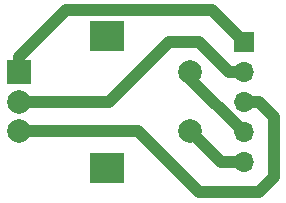
<source format=gbr>
%TF.GenerationSoftware,KiCad,Pcbnew,5.1.10-88a1d61d58~90~ubuntu20.04.1*%
%TF.CreationDate,2022-04-06T20:45:46+02:00*%
%TF.ProjectId,AlarmClock-encoder,416c6172-6d43-46c6-9f63-6b2d656e636f,rev?*%
%TF.SameCoordinates,PX791ddc0PY6d01460*%
%TF.FileFunction,Copper,L2,Bot*%
%TF.FilePolarity,Positive*%
%FSLAX46Y46*%
G04 Gerber Fmt 4.6, Leading zero omitted, Abs format (unit mm)*
G04 Created by KiCad (PCBNEW 5.1.10-88a1d61d58~90~ubuntu20.04.1) date 2022-04-06 20:45:46*
%MOMM*%
%LPD*%
G01*
G04 APERTURE LIST*
%TA.AperFunction,ComponentPad*%
%ADD10R,2.000000X2.000000*%
%TD*%
%TA.AperFunction,ComponentPad*%
%ADD11C,2.000000*%
%TD*%
%TA.AperFunction,ComponentPad*%
%ADD12R,3.000000X2.500000*%
%TD*%
%TA.AperFunction,ComponentPad*%
%ADD13O,1.700000X1.700000*%
%TD*%
%TA.AperFunction,ComponentPad*%
%ADD14R,1.700000X1.700000*%
%TD*%
%TA.AperFunction,Conductor*%
%ADD15C,1.000000*%
%TD*%
G04 APERTURE END LIST*
D10*
%TO.P,SW1,A*%
%TO.N,/A*%
X3810000Y17780000D03*
D11*
%TO.P,SW1,C*%
%TO.N,/C*%
X3810000Y15280000D03*
%TO.P,SW1,B*%
%TO.N,/B*%
X3810000Y12780000D03*
D12*
%TO.P,SW1,MP*%
%TO.N,N/C*%
X11310000Y20880000D03*
X11310000Y9680000D03*
D11*
%TO.P,SW1,S1*%
%TO.N,/S1*%
X18310000Y17780000D03*
%TO.P,SW1,S2*%
%TO.N,/S2*%
X18310000Y12780000D03*
%TD*%
D13*
%TO.P,J1,5*%
%TO.N,/S2*%
X22860000Y10160000D03*
%TO.P,J1,4*%
%TO.N,/S1*%
X22860000Y12700000D03*
%TO.P,J1,3*%
%TO.N,/B*%
X22860000Y15240000D03*
%TO.P,J1,2*%
%TO.N,/C*%
X22860000Y17780000D03*
D14*
%TO.P,J1,1*%
%TO.N,/A*%
X22860000Y20320000D03*
%TD*%
D15*
%TO.N,/S2*%
X20930000Y10160000D02*
X18310000Y12780000D01*
X22860000Y10160000D02*
X20930000Y10160000D01*
%TO.N,/S1*%
X18310000Y17250000D02*
X18310000Y17780000D01*
X22860000Y12700000D02*
X18310000Y17250000D01*
%TO.N,/B*%
X3810000Y12780000D02*
X13890000Y12780000D01*
X13890000Y12780000D02*
X19050000Y7620000D01*
X19050000Y7620000D02*
X24130000Y7620000D01*
X24130000Y7620000D02*
X25400000Y8890000D01*
X25400000Y8890000D02*
X25400000Y13970000D01*
X24130000Y15240000D02*
X22860000Y15240000D01*
X25400000Y13970000D02*
X24130000Y15240000D01*
%TO.N,/C*%
X21657919Y17780000D02*
X22860000Y17780000D01*
X19117919Y20320000D02*
X21657919Y17780000D01*
X16510000Y20320000D02*
X19117919Y20320000D01*
X11470000Y15280000D02*
X16510000Y20320000D01*
X3810000Y15280000D02*
X11470000Y15280000D01*
%TO.N,/A*%
X3810000Y17780000D02*
X3810000Y19050000D01*
X20149999Y23030001D02*
X22860000Y20320000D01*
X7790001Y23030001D02*
X20149999Y23030001D01*
X3810000Y19050000D02*
X7790001Y23030001D01*
%TD*%
M02*

</source>
